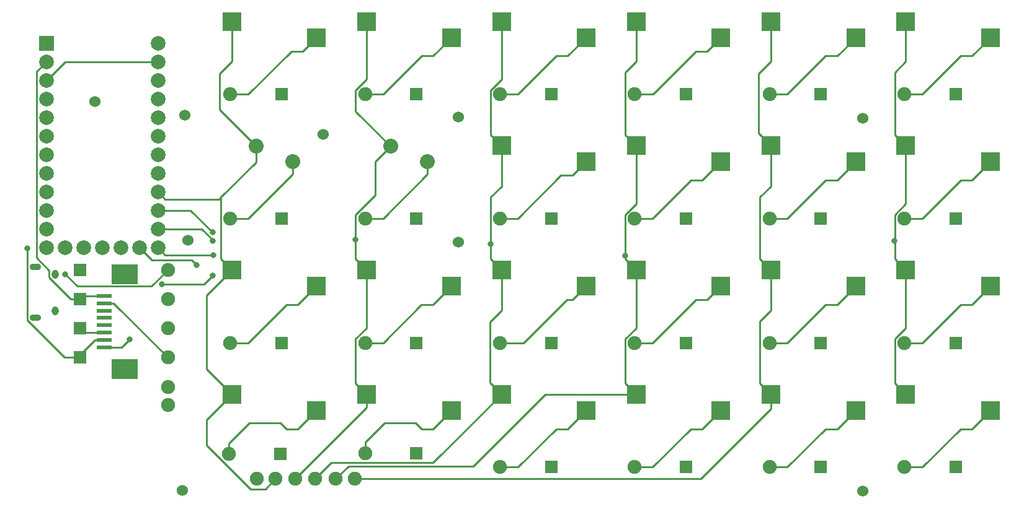
<source format=gbr>
%TF.GenerationSoftware,KiCad,Pcbnew,(6.0.4)*%
%TF.CreationDate,2024-05-03T20:26:16-07:00*%
%TF.ProjectId,right_ortholinear,72696768-745f-46f7-9274-686f6c696e65,v1.0.0*%
%TF.SameCoordinates,Original*%
%TF.FileFunction,Copper,L2,Bot*%
%TF.FilePolarity,Positive*%
%FSLAX46Y46*%
G04 Gerber Fmt 4.6, Leading zero omitted, Abs format (unit mm)*
G04 Created by KiCad (PCBNEW (6.0.4)) date 2024-05-03 20:26:16*
%MOMM*%
%LPD*%
G01*
G04 APERTURE LIST*
%TA.AperFunction,ComponentPad*%
%ADD10C,1.524000*%
%TD*%
%TA.AperFunction,ComponentPad*%
%ADD11C,1.905000*%
%TD*%
%TA.AperFunction,ComponentPad*%
%ADD12R,1.778000X1.778000*%
%TD*%
%TA.AperFunction,SMDPad,CuDef*%
%ADD13R,2.600000X2.600000*%
%TD*%
%TA.AperFunction,ComponentPad*%
%ADD14C,2.032000*%
%TD*%
%TA.AperFunction,ComponentPad*%
%ADD15O,1.550000X0.890000*%
%TD*%
%TA.AperFunction,ComponentPad*%
%ADD16O,0.950000X1.250000*%
%TD*%
%TA.AperFunction,ComponentPad*%
%ADD17R,2.000000X2.000000*%
%TD*%
%TA.AperFunction,ComponentPad*%
%ADD18C,2.000000*%
%TD*%
%TA.AperFunction,SMDPad,CuDef*%
%ADD19R,2.000000X0.610000*%
%TD*%
%TA.AperFunction,SMDPad,CuDef*%
%ADD20R,3.600000X2.680000*%
%TD*%
%TA.AperFunction,ViaPad*%
%ADD21C,0.800000*%
%TD*%
%TA.AperFunction,Conductor*%
%ADD22C,0.250000*%
%TD*%
G04 APERTURE END LIST*
D10*
%TO.P,,1*%
%TO.N,N/C*%
X140300000Y-105900000D03*
%TD*%
D11*
%TO.P,D4,1*%
%TO.N,inner_nums*%
X146500000Y-103000000D03*
D12*
%TO.P,D4,2*%
%TO.N,F7*%
X153500000Y-103000000D03*
%TD*%
D11*
%TO.P,D19,1*%
%TO.N,pinky_top*%
X220100000Y-120000000D03*
D12*
%TO.P,D19,2*%
%TO.N,F6*%
X227100000Y-120000000D03*
%TD*%
D13*
%TO.P,S20,1*%
%TO.N,F0*%
X220325000Y-93050000D03*
%TO.P,S20,2*%
%TO.N,pinky_nums*%
X231875000Y-95250000D03*
%TD*%
%TO.P,S14,1*%
%TO.N,B6*%
X201925000Y-127050000D03*
%TO.P,S14,2*%
%TO.N,ring_home*%
X213475000Y-129250000D03*
%TD*%
D14*
%TO.P,S2,1*%
%TO.N,index_top*%
X173400000Y-112200000D03*
%TO.P,S2,2*%
%TO.N,B3*%
X168400000Y-110100000D03*
%TD*%
D11*
%TO.P,D11,1*%
%TO.N,middle_top*%
X183300000Y-120000000D03*
D12*
%TO.P,D11,2*%
%TO.N,F6*%
X190300000Y-120000000D03*
%TD*%
D11*
%TO.P,D25,1*%
%TO.N,VCC*%
X138000000Y-127000000D03*
D12*
%TO.P,D25,2*%
%TO.N,D0*%
X126000000Y-127000000D03*
%TD*%
D11*
%TO.P,,1*%
%TO.N,B3*%
X155400000Y-155600000D03*
%TD*%
%TO.P,D27,1*%
%TO.N,VCC*%
X138000000Y-135000000D03*
D12*
%TO.P,D27,2*%
%TO.N,D5*%
X126000000Y-135000000D03*
%TD*%
D11*
%TO.P,D9,1*%
%TO.N,middle_bottom*%
X183300000Y-154000000D03*
D12*
%TO.P,D9,2*%
%TO.N,F4*%
X190300000Y-154000000D03*
%TD*%
D13*
%TO.P,S13,1*%
%TO.N,B6*%
X201925000Y-144050000D03*
%TO.P,S13,2*%
%TO.N,ring_bottom*%
X213475000Y-146250000D03*
%TD*%
%TO.P,S19,1*%
%TO.N,F0*%
X220325000Y-110050000D03*
%TO.P,S19,2*%
%TO.N,pinky_top*%
X231875000Y-112250000D03*
%TD*%
D11*
%TO.P,D23,1*%
%TO.N,outer_top*%
X238500000Y-120000000D03*
D12*
%TO.P,D23,2*%
%TO.N,F6*%
X245500000Y-120000000D03*
%TD*%
D10*
%TO.P,,1*%
%TO.N,N/C*%
X177600000Y-106100000D03*
%TD*%
%TO.P,,1*%
%TO.N,N/C*%
X140000000Y-157200000D03*
%TD*%
D13*
%TO.P,S15,1*%
%TO.N,B6*%
X201925000Y-110050000D03*
%TO.P,S15,2*%
%TO.N,ring_top*%
X213475000Y-112250000D03*
%TD*%
D11*
%TO.P,D13,1*%
%TO.N,ring_bottom*%
X201700000Y-154000000D03*
D12*
%TO.P,D13,2*%
%TO.N,F4*%
X208700000Y-154000000D03*
%TD*%
D10*
%TO.P,,1*%
%TO.N,N/C*%
X232800000Y-106300000D03*
%TD*%
D13*
%TO.P,S5,1*%
%TO.N,B1*%
X146725000Y-93050000D03*
%TO.P,S5,2*%
%TO.N,inner_nums*%
X158275000Y-95250000D03*
%TD*%
D15*
%TO.P,,6*%
%TO.N,N/C*%
X119900000Y-133600000D03*
D16*
X122600000Y-127600000D03*
D15*
X119900000Y-126600000D03*
D16*
X122600000Y-132600000D03*
%TD*%
D13*
%TO.P,S17,1*%
%TO.N,F0*%
X220325000Y-144050000D03*
%TO.P,S17,2*%
%TO.N,pinky_bottom*%
X231875000Y-146250000D03*
%TD*%
%TO.P,S18,1*%
%TO.N,F0*%
X220325000Y-127050000D03*
%TO.P,S18,2*%
%TO.N,pinky_home*%
X231875000Y-129250000D03*
%TD*%
%TO.P,S22,1*%
%TO.N,F1*%
X238725000Y-127050000D03*
%TO.P,S22,2*%
%TO.N,outer_home*%
X250275000Y-129250000D03*
%TD*%
D11*
%TO.P,D18,1*%
%TO.N,pinky_home*%
X220100000Y-137000000D03*
D12*
%TO.P,D18,2*%
%TO.N,F5*%
X227100000Y-137000000D03*
%TD*%
D11*
%TO.P,D7,1*%
%TO.N,index_top*%
X164900000Y-120000000D03*
D12*
%TO.P,D7,2*%
%TO.N,F6*%
X171900000Y-120000000D03*
%TD*%
D11*
%TO.P,D8,1*%
%TO.N,index_nums*%
X164900000Y-103000000D03*
D12*
%TO.P,D8,2*%
%TO.N,F7*%
X171900000Y-103000000D03*
%TD*%
D13*
%TO.P,S4,1*%
%TO.N,B1*%
X146725000Y-127050000D03*
%TO.P,S4,2*%
%TO.N,inner_home*%
X158275000Y-129250000D03*
%TD*%
D11*
%TO.P,REF\u002A\u002A,1*%
%TO.N,VCC*%
X138000000Y-143000000D03*
%TD*%
D13*
%TO.P,S12,1*%
%TO.N,B2*%
X183525000Y-93050000D03*
%TO.P,S12,2*%
%TO.N,middle_nums*%
X195075000Y-95250000D03*
%TD*%
D11*
%TO.P,D2,1*%
%TO.N,inner_home*%
X146500000Y-137000000D03*
D12*
%TO.P,D2,2*%
%TO.N,F5*%
X153500000Y-137000000D03*
%TD*%
D11*
%TO.P,D26,1*%
%TO.N,VCC*%
X138000000Y-131000000D03*
D12*
%TO.P,D26,2*%
%TO.N,D2*%
X126000000Y-131000000D03*
%TD*%
D17*
%TO.P,,1*%
%TO.N,D3*%
X121380000Y-96030000D03*
D18*
%TO.P,,2*%
%TO.N,D2*%
X121380000Y-98570000D03*
%TO.P,,3*%
%TO.N,GND*%
X121380000Y-101110000D03*
%TO.P,,4*%
X121380000Y-103650000D03*
%TO.P,,5*%
%TO.N,D1*%
X121380000Y-106190000D03*
%TO.P,,6*%
%TO.N,D0*%
X121380000Y-108730000D03*
%TO.P,,7*%
%TO.N,D4*%
X121380000Y-111270000D03*
%TO.P,,8*%
%TO.N,C6*%
X121380000Y-113810000D03*
%TO.P,,9*%
%TO.N,D7*%
X121380000Y-116350000D03*
%TO.P,,10*%
%TO.N,E6*%
X121380000Y-118890000D03*
%TO.P,,11*%
%TO.N,B4*%
X121380000Y-121430000D03*
%TO.P,,12*%
%TO.N,B5*%
X121380000Y-123970000D03*
%TO.P,,13*%
%TO.N,B6*%
X136620000Y-123970000D03*
%TO.P,,14*%
%TO.N,B2*%
X136620000Y-121430000D03*
%TO.P,,15*%
%TO.N,B3*%
X136620000Y-118890000D03*
%TO.P,,16*%
%TO.N,B1*%
X136620000Y-116350000D03*
%TO.P,,17*%
%TO.N,F7*%
X136620000Y-113810000D03*
%TO.P,,18*%
%TO.N,F6*%
X136620000Y-111270000D03*
%TO.P,,19*%
%TO.N,F5*%
X136620000Y-108730000D03*
%TO.P,,20*%
%TO.N,F4*%
X136620000Y-106190000D03*
%TO.P,,21*%
%TO.N,VCC*%
X136620000Y-103650000D03*
%TO.P,,22*%
%TO.N,RST*%
X136620000Y-101110000D03*
%TO.P,,23*%
%TO.N,GND*%
X136620000Y-98570000D03*
%TO.P,,24*%
X136620000Y-96030000D03*
%TO.P,,25*%
%TO.N,B7*%
X123920000Y-123970000D03*
%TO.P,,26*%
%TO.N,D5*%
X126460000Y-123970000D03*
%TO.P,,27*%
%TO.N,C7*%
X129000000Y-123970000D03*
%TO.P,,28*%
%TO.N,F1*%
X131540000Y-123970000D03*
%TO.P,,29*%
%TO.N,F0*%
X134080000Y-123970000D03*
%TD*%
D13*
%TO.P,S16,1*%
%TO.N,B6*%
X201925000Y-93050000D03*
%TO.P,S16,2*%
%TO.N,ring_nums*%
X213475000Y-95250000D03*
%TD*%
D11*
%TO.P,,1*%
%TO.N,B1*%
X152700000Y-155600000D03*
%TD*%
D10*
%TO.P,,1*%
%TO.N,N/C*%
X140700000Y-123000000D03*
%TD*%
D11*
%TO.P,D6,1*%
%TO.N,index_home*%
X164900000Y-137000000D03*
D12*
%TO.P,D6,2*%
%TO.N,F5*%
X171900000Y-137000000D03*
%TD*%
D11*
%TO.P,,1*%
%TO.N,B2*%
X158100000Y-155600000D03*
%TD*%
%TO.P,D5,1*%
%TO.N,index_bottom*%
X164900000Y-152100000D03*
D12*
%TO.P,D5,2*%
%TO.N,F4*%
X171900000Y-152100000D03*
%TD*%
D13*
%TO.P,S10,1*%
%TO.N,B2*%
X183525000Y-127050000D03*
%TO.P,S10,2*%
%TO.N,middle_home*%
X195075000Y-129250000D03*
%TD*%
D11*
%TO.P,D1,1*%
%TO.N,inner_bottom*%
X146300000Y-152200000D03*
D12*
%TO.P,D1,2*%
%TO.N,F4*%
X153300000Y-152200000D03*
%TD*%
D13*
%TO.P,S11,1*%
%TO.N,B2*%
X183525000Y-110050000D03*
%TO.P,S11,2*%
%TO.N,middle_top*%
X195075000Y-112250000D03*
%TD*%
D11*
%TO.P,D21,1*%
%TO.N,outer_bottom*%
X238500000Y-154000000D03*
D12*
%TO.P,D21,2*%
%TO.N,F4*%
X245500000Y-154000000D03*
%TD*%
D13*
%TO.P,S7,1*%
%TO.N,B3*%
X165125000Y-127050000D03*
%TO.P,S7,2*%
%TO.N,index_home*%
X176675000Y-129250000D03*
%TD*%
%TO.P,S24,1*%
%TO.N,F1*%
X238725000Y-93050000D03*
%TO.P,S24,2*%
%TO.N,outer_nums*%
X250275000Y-95250000D03*
%TD*%
D10*
%TO.P,,1*%
%TO.N,N/C*%
X232800000Y-157300000D03*
%TD*%
D11*
%TO.P,D10,1*%
%TO.N,middle_home*%
X183300000Y-137000000D03*
D12*
%TO.P,D10,2*%
%TO.N,F5*%
X190300000Y-137000000D03*
%TD*%
D11*
%TO.P,D24,1*%
%TO.N,outer_nums*%
X238500000Y-103000000D03*
D12*
%TO.P,D24,2*%
%TO.N,F7*%
X245500000Y-103000000D03*
%TD*%
D11*
%TO.P,REF\u002A\u002A,1*%
%TO.N,trackpoint_reset*%
X138000000Y-145500000D03*
%TD*%
D13*
%TO.P,S23,1*%
%TO.N,F1*%
X238725000Y-110050000D03*
%TO.P,S23,2*%
%TO.N,outer_top*%
X250275000Y-112250000D03*
%TD*%
D11*
%TO.P,,1*%
%TO.N,B6*%
X160900000Y-155600000D03*
%TD*%
%TO.P,,1*%
%TO.N,C7*%
X150100000Y-155600000D03*
%TD*%
D13*
%TO.P,S8,1*%
%TO.N,B3*%
X165125000Y-93050000D03*
%TO.P,S8,2*%
%TO.N,index_nums*%
X176675000Y-95250000D03*
%TD*%
%TO.P,S9,1*%
%TO.N,B2*%
X183525000Y-144050000D03*
%TO.P,S9,2*%
%TO.N,middle_bottom*%
X195075000Y-146250000D03*
%TD*%
D11*
%TO.P,D16,1*%
%TO.N,ring_nums*%
X201700000Y-103000000D03*
D12*
%TO.P,D16,2*%
%TO.N,F7*%
X208700000Y-103000000D03*
%TD*%
D14*
%TO.P,S1,1*%
%TO.N,inner_top*%
X155000000Y-112200000D03*
%TO.P,S1,2*%
%TO.N,B1*%
X150000000Y-110100000D03*
%TD*%
D13*
%TO.P,S21,1*%
%TO.N,F1*%
X238725000Y-144050000D03*
%TO.P,S21,2*%
%TO.N,outer_bottom*%
X250275000Y-146250000D03*
%TD*%
D10*
%TO.P,,1*%
%TO.N,N/C*%
X177600000Y-123200000D03*
%TD*%
D11*
%TO.P,D12,1*%
%TO.N,middle_nums*%
X183300000Y-103000000D03*
D12*
%TO.P,D12,2*%
%TO.N,F7*%
X190300000Y-103000000D03*
%TD*%
D11*
%TO.P,D3,1*%
%TO.N,inner_top*%
X146500000Y-120000000D03*
D12*
%TO.P,D3,2*%
%TO.N,F6*%
X153500000Y-120000000D03*
%TD*%
D11*
%TO.P,D15,1*%
%TO.N,ring_top*%
X201700000Y-120000000D03*
D12*
%TO.P,D15,2*%
%TO.N,F6*%
X208700000Y-120000000D03*
%TD*%
D11*
%TO.P,D28,1*%
%TO.N,trackpoint_reset*%
X138000000Y-139000000D03*
D12*
%TO.P,D28,2*%
%TO.N,GND*%
X126000000Y-139000000D03*
%TD*%
D11*
%TO.P,D14,1*%
%TO.N,ring_home*%
X201700000Y-137000000D03*
D12*
%TO.P,D14,2*%
%TO.N,F5*%
X208700000Y-137000000D03*
%TD*%
D10*
%TO.P,,1*%
%TO.N,N/C*%
X159200000Y-108500000D03*
%TD*%
D11*
%TO.P,D22,1*%
%TO.N,outer_home*%
X238500000Y-137000000D03*
D12*
%TO.P,D22,2*%
%TO.N,F5*%
X245500000Y-137000000D03*
%TD*%
D11*
%TO.P,,1*%
%TO.N,F0*%
X163500000Y-155600000D03*
%TD*%
D13*
%TO.P,S3,1*%
%TO.N,B1*%
X146725000Y-144050000D03*
%TO.P,S3,2*%
%TO.N,inner_bottom*%
X158275000Y-146250000D03*
%TD*%
D11*
%TO.P,D17,1*%
%TO.N,pinky_bottom*%
X220100000Y-154000000D03*
D12*
%TO.P,D17,2*%
%TO.N,F4*%
X227100000Y-154000000D03*
%TD*%
D11*
%TO.P,D20,1*%
%TO.N,pinky_nums*%
X220100000Y-103000000D03*
D12*
%TO.P,D20,2*%
%TO.N,F7*%
X227100000Y-103000000D03*
%TD*%
D10*
%TO.P,,1*%
%TO.N,N/C*%
X128000000Y-104000000D03*
%TD*%
D13*
%TO.P,S6,1*%
%TO.N,B3*%
X165125000Y-144050000D03*
%TO.P,S6,2*%
%TO.N,index_bottom*%
X176675000Y-146250000D03*
%TD*%
D19*
%TO.P,,1*%
%TO.N,D2*%
X129300000Y-130600000D03*
%TO.P,,2*%
%TO.N,trackpoint_reset*%
X129300000Y-131600000D03*
%TO.P,,3*%
%TO.N,N/C*%
X129300000Y-132600000D03*
%TO.P,,4*%
X129300000Y-133600000D03*
%TO.P,,5*%
X129300000Y-134600000D03*
%TO.P,,6*%
%TO.N,D5*%
X129300000Y-135600000D03*
%TO.P,,7*%
%TO.N,GND*%
X129300000Y-136600000D03*
%TO.P,,8*%
%TO.N,VCC*%
X129300000Y-137600000D03*
D20*
%TO.P,,MP*%
%TO.N,N/C*%
X132100000Y-140590000D03*
X132100000Y-127610000D03*
%TD*%
D21*
%TO.N,B3*%
X163622989Y-122877011D03*
X144100000Y-121900000D03*
%TO.N,B2*%
X182022989Y-123477011D03*
X144100000Y-123100000D03*
%TO.N,B6*%
X200422989Y-125077011D03*
X144200000Y-125000000D03*
%TO.N,F0*%
X141900000Y-126400000D03*
%TO.N,F1*%
X237200000Y-123100000D03*
X137200000Y-129000000D03*
X144100000Y-127800000D03*
%TO.N,GND*%
X118800000Y-124100000D03*
%TO.N,VCC*%
X124000000Y-127600000D03*
X132800000Y-136500000D03*
%TD*%
D22*
%TO.N,inner_top*%
X148954323Y-120000000D02*
X146500000Y-120000000D01*
X155000000Y-112200000D02*
X155000000Y-113954323D01*
X155000000Y-113954323D02*
X148954323Y-120000000D01*
%TO.N,B1*%
X151300000Y-157000000D02*
X149294033Y-157000000D01*
X137620000Y-117350000D02*
X144950000Y-117350000D01*
X146725000Y-98508008D02*
X146725000Y-93050000D01*
X146725000Y-144050000D02*
X143274579Y-140599579D01*
X149294033Y-157000000D02*
X143274579Y-150980546D01*
X145007587Y-105107587D02*
X145007587Y-100225421D01*
X136620000Y-116350000D02*
X137620000Y-117350000D01*
X144950000Y-117350000D02*
X145222989Y-117077011D01*
X145222989Y-117077011D02*
X150000000Y-112300000D01*
X146725000Y-127050000D02*
X145222989Y-125547989D01*
X143274579Y-147500421D02*
X146725000Y-144050000D01*
X145222989Y-125547989D02*
X145222989Y-117077011D01*
X150000000Y-110100000D02*
X145007587Y-105107587D01*
X143274579Y-140599579D02*
X143274579Y-130500421D01*
X143274579Y-130500421D02*
X146725000Y-127050000D01*
X150000000Y-112300000D02*
X150000000Y-110100000D01*
X145007587Y-100225421D02*
X146725000Y-98508008D01*
X152700000Y-155600000D02*
X151300000Y-157000000D01*
X143274579Y-150980546D02*
X143274579Y-147500421D01*
%TO.N,index_top*%
X173400000Y-113954323D02*
X167354323Y-120000000D01*
X173400000Y-112200000D02*
X173400000Y-113954323D01*
X167354323Y-120000000D02*
X164900000Y-120000000D01*
%TO.N,B3*%
X165125000Y-145875000D02*
X165125000Y-144050000D01*
X163622989Y-136471044D02*
X163622989Y-142547989D01*
X163622989Y-122877011D02*
X163622989Y-125547989D01*
X165125000Y-144050000D02*
X164250000Y-144050000D01*
X166310979Y-116783054D02*
X163622989Y-119471044D01*
X163622989Y-105322989D02*
X168400000Y-110100000D01*
X136620000Y-118890000D02*
X141090000Y-118890000D01*
X165125000Y-100969033D02*
X163622989Y-102471044D01*
X141090000Y-118890000D02*
X144100000Y-121900000D01*
X165125000Y-134969033D02*
X163622989Y-136471044D01*
X166310979Y-112189021D02*
X166310979Y-116783054D01*
X163622989Y-119471044D02*
X163622989Y-122877011D01*
X165125000Y-127050000D02*
X165125000Y-134969033D01*
X163622989Y-102471044D02*
X163622989Y-105322989D01*
X163622989Y-142547989D02*
X165125000Y-144050000D01*
X163622989Y-125547989D02*
X165125000Y-127050000D01*
X155400000Y-155600000D02*
X165125000Y-145875000D01*
X165125000Y-93050000D02*
X165125000Y-100969033D01*
X168400000Y-110100000D02*
X166310979Y-112189021D01*
%TO.N,inner_bottom*%
X153316144Y-147910979D02*
X154179744Y-148774579D01*
X146300000Y-152200000D02*
X146300000Y-150745677D01*
X158275000Y-146250000D02*
X155750421Y-148774579D01*
X146300000Y-150745677D02*
X149134698Y-147910979D01*
X155750421Y-148774579D02*
X154179744Y-148774579D01*
X149134698Y-147910979D02*
X153316144Y-147910979D01*
%TO.N,inner_home*%
X154179744Y-131774579D02*
X148954323Y-137000000D01*
X155750421Y-131774579D02*
X154179744Y-131774579D01*
X148954323Y-137000000D02*
X146500000Y-137000000D01*
X158275000Y-129250000D02*
X155750421Y-131774579D01*
%TO.N,inner_nums*%
X156400479Y-97124521D02*
X154829802Y-97124521D01*
X158275000Y-95250000D02*
X156400479Y-97124521D01*
X148954323Y-103000000D02*
X146500000Y-103000000D01*
X154829802Y-97124521D02*
X148954323Y-103000000D01*
%TO.N,index_bottom*%
X164900000Y-150545677D02*
X167534698Y-147910979D01*
X176675000Y-146250000D02*
X174150421Y-148774579D01*
X167534698Y-147910979D02*
X171761821Y-147910979D01*
X174150421Y-148774579D02*
X172625421Y-148774579D01*
X171761821Y-147910979D02*
X172625421Y-148774579D01*
X164900000Y-152100000D02*
X164900000Y-150545677D01*
%TO.N,index_home*%
X176675000Y-129250000D02*
X174150421Y-131774579D01*
X174150421Y-131774579D02*
X172579744Y-131774579D01*
X167354323Y-137000000D02*
X164900000Y-137000000D01*
X172579744Y-131774579D02*
X167354323Y-137000000D01*
%TO.N,index_nums*%
X167400000Y-103000000D02*
X164900000Y-103000000D01*
X176675000Y-95250000D02*
X174150421Y-97774579D01*
X172625421Y-97774579D02*
X167400000Y-103000000D01*
X174150421Y-97774579D02*
X172625421Y-97774579D01*
%TO.N,middle_bottom*%
X195075000Y-146250000D02*
X192550421Y-148774579D01*
X190979744Y-148774579D02*
X185754323Y-154000000D01*
X192550421Y-148774579D02*
X190979744Y-148774579D01*
X185754323Y-154000000D02*
X183300000Y-154000000D01*
%TO.N,B2*%
X182022989Y-102471044D02*
X183525000Y-100969033D01*
X182022989Y-123477011D02*
X182022989Y-117077011D01*
X182022989Y-117077011D02*
X183525000Y-115575000D01*
X181916504Y-142441504D02*
X181916504Y-134116504D01*
X136620000Y-121430000D02*
X142605386Y-121430000D01*
X183525000Y-127050000D02*
X182022989Y-125547989D01*
X182377022Y-144050000D02*
X183525000Y-144050000D01*
X183525000Y-132508008D02*
X183525000Y-127050000D01*
X160300000Y-153400000D02*
X174175000Y-153400000D01*
X182022989Y-108547989D02*
X182022989Y-102471044D01*
X182022989Y-125547989D02*
X182022989Y-123477011D01*
X142605386Y-121430000D02*
X144100000Y-122924614D01*
X181916504Y-134116504D02*
X183525000Y-132508008D01*
X183525000Y-110050000D02*
X182022989Y-108547989D01*
X183525000Y-100969033D02*
X183525000Y-93050000D01*
X158100000Y-155600000D02*
X160300000Y-153400000D01*
X183525000Y-144050000D02*
X181916504Y-142441504D01*
X174175000Y-153400000D02*
X183525000Y-144050000D01*
X183525000Y-115575000D02*
X183525000Y-110050000D01*
X144100000Y-122924614D02*
X144100000Y-123100000D01*
%TO.N,middle_home*%
X186566992Y-137000000D02*
X192442471Y-131124521D01*
X193200479Y-131124521D02*
X195075000Y-129250000D01*
X192442471Y-131124521D02*
X193200479Y-131124521D01*
X183300000Y-137000000D02*
X186566992Y-137000000D01*
%TO.N,middle_top*%
X183300000Y-120000000D02*
X185754323Y-120000000D01*
X193200479Y-114124521D02*
X195075000Y-112250000D01*
X191629802Y-114124521D02*
X193200479Y-114124521D01*
X185754323Y-120000000D02*
X191629802Y-114124521D01*
%TO.N,middle_nums*%
X191025421Y-97774579D02*
X185800000Y-103000000D01*
X185800000Y-103000000D02*
X183300000Y-103000000D01*
X192550421Y-97774579D02*
X191025421Y-97774579D01*
X195075000Y-95250000D02*
X192550421Y-97774579D01*
%TO.N,ring_bottom*%
X204154323Y-154000000D02*
X201700000Y-154000000D01*
X213475000Y-146250000D02*
X210950421Y-148774579D01*
X209379744Y-148774579D02*
X204154323Y-154000000D01*
X210950421Y-148774579D02*
X209379744Y-148774579D01*
%TO.N,B6*%
X200422989Y-108547989D02*
X201925000Y-110050000D01*
X200422989Y-142547989D02*
X201925000Y-144050000D01*
X137620000Y-124970000D02*
X144170000Y-124970000D01*
X200422989Y-136471044D02*
X200422989Y-142547989D01*
X200422989Y-125077011D02*
X200422989Y-125547989D01*
X136620000Y-123970000D02*
X137620000Y-124970000D01*
X201925000Y-127050000D02*
X201925000Y-134969033D01*
X200422989Y-119471044D02*
X200422989Y-125077011D01*
X201925000Y-117969033D02*
X200422989Y-119471044D01*
X201925000Y-134969033D02*
X200422989Y-136471044D01*
X162650480Y-153849520D02*
X179651454Y-153849520D01*
X179651454Y-153849520D02*
X189450974Y-144050000D01*
X160900000Y-155600000D02*
X162650480Y-153849520D01*
X189450974Y-144050000D02*
X201925000Y-144050000D01*
X200422989Y-125547989D02*
X201925000Y-127050000D01*
X201925000Y-98508008D02*
X200422989Y-100010019D01*
X144170000Y-124970000D02*
X144200000Y-125000000D01*
X201925000Y-110050000D02*
X201925000Y-117969033D01*
X201925000Y-93050000D02*
X201925000Y-98508008D01*
X200422989Y-100010019D02*
X200422989Y-108547989D01*
%TO.N,ring_home*%
X211600479Y-131124521D02*
X210029802Y-131124521D01*
X210029802Y-131124521D02*
X204154323Y-137000000D01*
X213475000Y-129250000D02*
X211600479Y-131124521D01*
X204154323Y-137000000D02*
X201700000Y-137000000D01*
%TO.N,ring_top*%
X210950421Y-114774579D02*
X209379744Y-114774579D01*
X204154323Y-120000000D02*
X201700000Y-120000000D01*
X209379744Y-114774579D02*
X204154323Y-120000000D01*
X213475000Y-112250000D02*
X210950421Y-114774579D01*
%TO.N,ring_nums*%
X211600479Y-97124521D02*
X210075479Y-97124521D01*
X210075479Y-97124521D02*
X204200000Y-103000000D01*
X204200000Y-103000000D02*
X201700000Y-103000000D01*
X213475000Y-95250000D02*
X211600479Y-97124521D01*
%TO.N,pinky_bottom*%
X222554323Y-154000000D02*
X220100000Y-154000000D01*
X231875000Y-146250000D02*
X229350421Y-148774579D01*
X229350421Y-148774579D02*
X227779744Y-148774579D01*
X227779744Y-148774579D02*
X222554323Y-154000000D01*
%TO.N,F0*%
X210766992Y-155600000D02*
X220325000Y-146041992D01*
X220325000Y-132575000D02*
X220325000Y-127050000D01*
X220325000Y-98508008D02*
X220325000Y-93050000D01*
X220325000Y-127050000D02*
X218822989Y-125547989D01*
X135832989Y-125722989D02*
X134080000Y-123970000D01*
X220325000Y-110050000D02*
X218607587Y-108332587D01*
X220325000Y-115575000D02*
X220325000Y-110050000D01*
X218822989Y-134077011D02*
X220325000Y-132575000D01*
X218822989Y-125547989D02*
X218822989Y-117077011D01*
X218822989Y-142547989D02*
X218822989Y-134077011D01*
X218607587Y-100225421D02*
X220325000Y-98508008D01*
X220325000Y-146041992D02*
X220325000Y-144050000D01*
X218607587Y-108332587D02*
X218607587Y-100225421D01*
X141222989Y-125722989D02*
X135832989Y-125722989D01*
X218822989Y-117077011D02*
X220325000Y-115575000D01*
X141900000Y-126400000D02*
X141222989Y-125722989D01*
X220325000Y-144050000D02*
X218822989Y-142547989D01*
X163500000Y-155600000D02*
X210766992Y-155600000D01*
%TO.N,pinky_home*%
X227779744Y-131774579D02*
X222554323Y-137000000D01*
X222554323Y-137000000D02*
X220100000Y-137000000D01*
X229350421Y-131774579D02*
X227779744Y-131774579D01*
X231875000Y-129250000D02*
X229350421Y-131774579D01*
%TO.N,pinky_top*%
X227779744Y-114774579D02*
X222554323Y-120000000D01*
X231875000Y-112250000D02*
X229350421Y-114774579D01*
X229350421Y-114774579D02*
X227779744Y-114774579D01*
X222554323Y-120000000D02*
X220100000Y-120000000D01*
%TO.N,pinky_nums*%
X231875000Y-95250000D02*
X229350421Y-97774579D01*
X229350421Y-97774579D02*
X227779744Y-97774579D01*
X222554323Y-103000000D02*
X220100000Y-103000000D01*
X227779744Y-97774579D02*
X222554323Y-103000000D01*
%TO.N,outer_bottom*%
X250275000Y-146250000D02*
X247750421Y-148774579D01*
X241000000Y-154000000D02*
X238500000Y-154000000D01*
X247750421Y-148774579D02*
X246225421Y-148774579D01*
X246225421Y-148774579D02*
X241000000Y-154000000D01*
%TO.N,F1*%
X238725000Y-98508008D02*
X237222989Y-100010019D01*
X237222989Y-119471044D02*
X237222989Y-125547989D01*
X238725000Y-93050000D02*
X238725000Y-98508008D01*
X238725000Y-127050000D02*
X238725000Y-134969033D01*
X238725000Y-134969033D02*
X237222989Y-136471044D01*
X237222989Y-125547989D02*
X238725000Y-127050000D01*
X137200000Y-129000000D02*
X142900000Y-129000000D01*
X238725000Y-110050000D02*
X238725000Y-117969033D01*
X237222989Y-136471044D02*
X237222989Y-142547989D01*
X237222989Y-108547989D02*
X238725000Y-110050000D01*
X238725000Y-117969033D02*
X237222989Y-119471044D01*
X142900000Y-129000000D02*
X144100000Y-127800000D01*
X237222989Y-142547989D02*
X238725000Y-144050000D01*
X237222989Y-100010019D02*
X237222989Y-108547989D01*
%TO.N,outer_home*%
X240954323Y-137000000D02*
X238500000Y-137000000D01*
X250275000Y-129250000D02*
X247750421Y-131774579D01*
X247750421Y-131774579D02*
X246179744Y-131774579D01*
X246179744Y-131774579D02*
X240954323Y-137000000D01*
%TO.N,outer_top*%
X247750421Y-114774579D02*
X246225421Y-114774579D01*
X241000000Y-120000000D02*
X238500000Y-120000000D01*
X250275000Y-112250000D02*
X247750421Y-114774579D01*
X246225421Y-114774579D02*
X241000000Y-120000000D01*
%TO.N,outer_nums*%
X247750421Y-97774579D02*
X246225421Y-97774579D01*
X246225421Y-97774579D02*
X241000000Y-103000000D01*
X250275000Y-95250000D02*
X247750421Y-97774579D01*
X241000000Y-103000000D02*
X238500000Y-103000000D01*
%TO.N,GND*%
X123881735Y-139000000D02*
X126000000Y-139000000D01*
X136620000Y-98570000D02*
X123920000Y-98570000D01*
X118800000Y-133918265D02*
X123881735Y-139000000D01*
X126000000Y-138650000D02*
X126000000Y-139000000D01*
X118800000Y-124100000D02*
X118800000Y-133918265D01*
X123920000Y-98570000D02*
X121380000Y-101110000D01*
X129300000Y-136600000D02*
X128050000Y-136600000D01*
X128050000Y-136600000D02*
X126000000Y-138650000D01*
%TO.N,VCC*%
X124000000Y-127600000D02*
X125674511Y-129274511D01*
X135725489Y-129274511D02*
X138000000Y-127000000D01*
X131700000Y-137600000D02*
X132800000Y-136500000D01*
X125674511Y-129274511D02*
X135725489Y-129274511D01*
X129300000Y-137600000D02*
X131700000Y-137600000D01*
%TO.N,D2*%
X121800000Y-127081735D02*
X121800000Y-128080692D01*
X129300000Y-130600000D02*
X126400000Y-130600000D01*
X120055489Y-125337224D02*
X121800000Y-127081735D01*
X124719308Y-131000000D02*
X126000000Y-131000000D01*
X120055489Y-99894511D02*
X120055489Y-125337224D01*
X121380000Y-98570000D02*
X120055489Y-99894511D01*
X126400000Y-130600000D02*
X126000000Y-131000000D01*
X121800000Y-128080692D02*
X124719308Y-131000000D01*
%TO.N,D5*%
X129300000Y-135600000D02*
X126600000Y-135600000D01*
X126600000Y-135600000D02*
X126000000Y-135000000D01*
%TO.N,C7*%
X150100000Y-155600000D02*
X150200000Y-155500000D01*
%TO.N,trackpoint_reset*%
X130600000Y-131600000D02*
X138000000Y-139000000D01*
X129300000Y-131600000D02*
X130600000Y-131600000D01*
%TD*%
M02*

</source>
